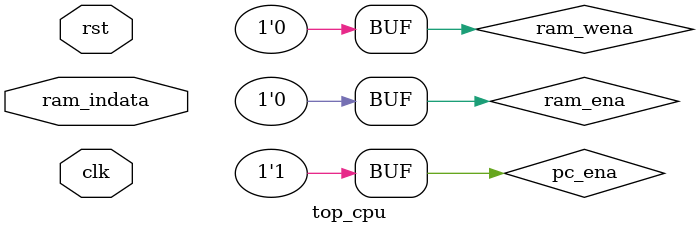
<source format=v>
`timescale 1ns / 1ps
module top_cpu(
		input clk,
		input rst,
		//ÐÞ¸ÄimemÊ±µÄÊý¾Ý
		input [31:0] ram_indata
    );

wire [31:0] pc, npc;
//------------------------¿ØÖÆÐÅºÅ---------------------------
//ram_ena: Ö¸Áî¼Ä´æÆ÷Ê¹ÄÜÐÅºÅ£¬ ³£Îª¸ßµçÆ½Ê¹ÄÜ
//ram_wean: Ö¸Áî¼Ä´æÆ÷Ð´ÐÅºÅ£¬ÓÃÓÚdebugÊ±ÐÞ¸ÄÖ¸Áî¼Ä´æÆ÷ÄÚ²¿µÄÖµ
//pc_ena£ºpc¼Ä´æÆ÷Ê¹ÄÜÐÅºÅ£¬¸ßµçÆ½ÓÐÐ§£¬ÔÚÁ÷Ë®ÏßstallÊ±£¬Ê¹ÆäµÍµçÆ½ÎÞÐ§
//rf_ena£ºÔÚ»ØÐ´½×¶Î£¬ÐèÒªÐ´¼Ä´æÆ÷×é¸øµÄÐ´ÐÅºÅ
//wrf: ÔÚÒëÂë½×¶Î£¬µÃµ½µÄÐ´¼Ä´æÆ÷×éÐÅºÅ
//shift£ºÔÚÒëÂë½×¶Î£¬µÃµ½µÄ×îÖÕÐ´Èëalua¶ËµÄÑ¡ÔñÐÅºÅ£¬µÍµçÆ½£ºÑ¡Ôñ¼Ä´æÆ÷¶Á³öµÄrd1£¬¸ßµçÆ½£ºÑ¡ÔñÁ¢¼´ÊýÀ©Õ¹ºóµÄÖµ
//aluc: ÔÚÒëÂë½×¶Î£¬µÃµ½µÄaluµÄ¿ØÖÆÐÅºÅ
//shift_e: ÔÚÖ´ÐÐ½×¶Î£¬aluaÐèÒªµÄ¿ØÖÆÐÅºÅ
//aluc_e£º ÔÚÖ´ÐÐ½×¶Î£¬aluÐèÒªµÄ¿ØÖÆÐÅºÅ
wire ram_ena, ram_wena, pc_ena; 
wire rf_wena;
wire wrf, shift;
wire [3:0] aluc;
wire [1:0] pcsource;
wire shift_e;
wire [3:0] aluc_e;
//------------------------Êý¾Ý×ÜÏß---------------------------
//instr: ÔÚÈ¡Ö¸½×¶Î£¬´ÓÈ¡Ö¸Áîµ¥ÔªµÃµ½µÄÖ¸Áî
//pc_jr: ÔÚÈ¡Öµ½×¶Î£¬ÔÚÒëÂë½×¶ÎµÃµ½µÄ´Ó¼Ä´æÆ÷×éµÃµ½µÄjrµÄÌø×ªµÄµØÖ·£¬ÆäÖÐÒ»¸önpcµÄÖµ
//wrf_data£ºÔÚ»ØÐ´½×¶Î£¬×îÖÕÐ´Èëµ½¼Ä´æÆ÷×éµÄÊý¾Ý
//wrf_addr: »ØÐ´½×¶ÎÐ´¼Ä´æÆ÷µÄµØÖ·
//rd1, rd2: ÔÚÒëÂë½×¶ÎÈ¡³öµÄÔ´²Ù×÷ÊýaºÍb
//shamt32: ÒëÂë½×¶Îinstr[10:6]Á¢¼´ÊýµÄÀ©Õ¹Öµ
//alud: ÔÚÖ´ÐÐ½×¶Î£¬aluµÃ³öµÄÔËËã½á¹û
//zero, carry, overflow, negative£ºÖ´ÐÐ½×¶ÎµÃµ½µÄ±êÖ¾Î»
//wrf_addr_d: ÒëÂë½×¶Î£¬µÃµ½Òª»ØÐ´µÄ¼Ä´æÆ÷µØÖ·
wire [31:0] instr;
wire [31:0] pc_jr;
wire [31:0] wrf_data;
wire [4:0] wrf_addr;
wire [31:0] rd1, rd2, shamt32;
wire [31:0] alud;
wire zero, carry, overflow, negative;
wire [4:0] wrf_addr_d;


dffe #(32) pcreg(clk, rst, pc_ena, npc, pc);
pipe_if pipeif(clk, pc, ram_ena, ram_wena, ram_indata, pc_jr, pcsource, instr, npc);
pipe_id pipeid(clk, rst, instr, wrf_data, rf_wena, wrf_addr, rd1, rd2, shamt32, wrf_addr_d, aluc, wrf, shift, pcsource);
pipe_exe pipeexe(rd1, rd2, shamt32, shift_e, aluc_e, alud, zero, carry, negative, overflow);


assign ram_ena = 1'b0;
assign ram_wena = 1'b0;
assign pc_ena = 1'b1;
assign rf_wena = wrf;
assign aluc_e = aluc;
assign shift_e = shift;
assign pc_jr = rd1;
assign wrf_data = alud;
assign wrf_addr = wrf_addr_d;


endmodule

</source>
